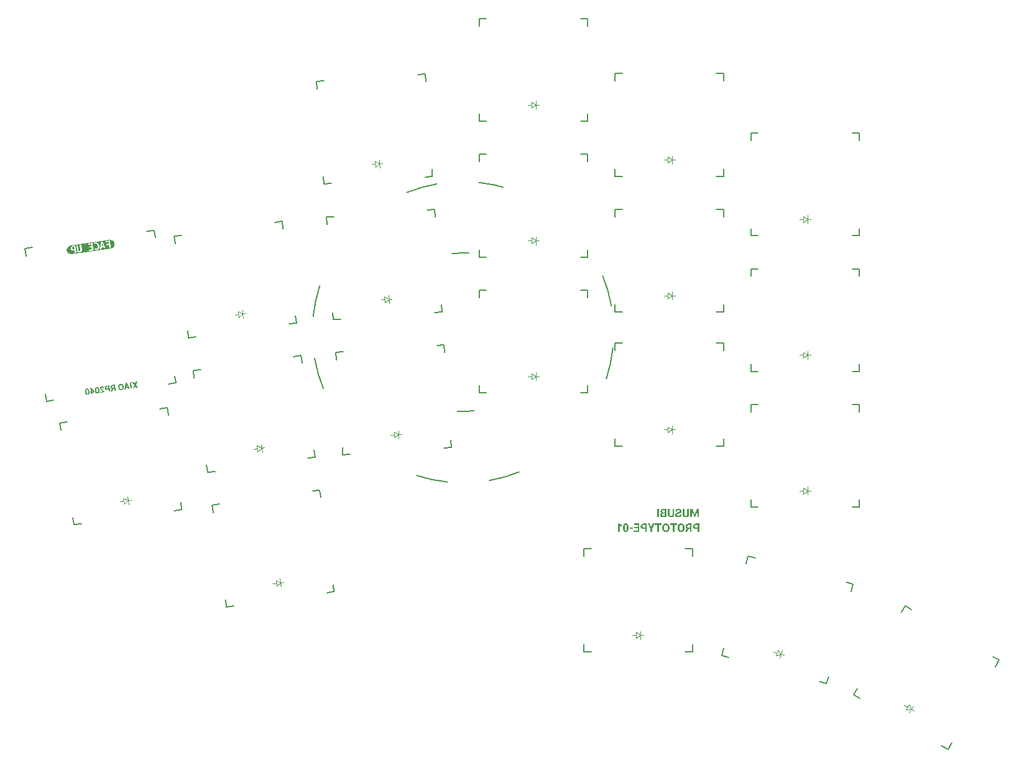
<source format=gbo>
G04 #@! TF.GenerationSoftware,KiCad,Pcbnew,(6.0.7-1)-1*
G04 #@! TF.CreationDate,2022-12-29T15:50:44-05:00*
G04 #@! TF.ProjectId,musubi,6d757375-6269-42e6-9b69-6361645f7063,rev?*
G04 #@! TF.SameCoordinates,Original*
G04 #@! TF.FileFunction,Legend,Bot*
G04 #@! TF.FilePolarity,Positive*
%FSLAX46Y46*%
G04 Gerber Fmt 4.6, Leading zero omitted, Abs format (unit mm)*
G04 Created by KiCad (PCBNEW (6.0.7-1)-1) date 2022-12-29 15:50:44*
%MOMM*%
%LPD*%
G01*
G04 APERTURE LIST*
G04 Aperture macros list*
%AMHorizOval*
0 Thick line with rounded ends*
0 $1 width*
0 $2 $3 position (X,Y) of the first rounded end (center of the circle)*
0 $4 $5 position (X,Y) of the second rounded end (center of the circle)*
0 Add line between two ends*
20,1,$1,$2,$3,$4,$5,0*
0 Add two circle primitives to create the rounded ends*
1,1,$1,$2,$3*
1,1,$1,$4,$5*%
%AMRotRect*
0 Rectangle, with rotation*
0 The origin of the aperture is its center*
0 $1 length*
0 $2 width*
0 $3 Rotation angle, in degrees counterclockwise*
0 Add horizontal line*
21,1,$1,$2,0,0,$3*%
G04 Aperture macros list end*
%ADD10C,0.100000*%
%ADD11C,0.150000*%
%ADD12C,0.200000*%
%ADD13R,1.200000X1.200000*%
%ADD14O,0.300000X4.100000*%
%ADD15C,1.300000*%
%ADD16O,5.100000X0.300000*%
%ADD17O,2.000000X4.100000*%
%ADD18O,5.100000X4.100000*%
%ADD19C,1.600000*%
%ADD20C,1.400000*%
%ADD21RotRect,1.200000X1.200000X184.000000*%
%ADD22C,1.500000*%
%ADD23O,2.200000X1.600000*%
%ADD24HorizOval,0.300000X2.376643X0.334015X-2.376643X-0.334015X0*%
%ADD25HorizOval,0.300000X-0.264429X1.881509X0.264429X-1.881509X0*%
%ADD26HorizOval,4.100000X0.495134X0.069587X-0.495134X-0.069587X0*%
%ADD27HorizOval,2.000000X-0.146132X1.039781X0.146132X-1.039781X0*%
%ADD28RotRect,1.200000X1.200000X188.000000*%
%ADD29C,2.600000*%
%ADD30C,4.400000*%
%ADD31HorizOval,0.300000X2.394154X0.167416X-2.394154X-0.167416X0*%
%ADD32HorizOval,0.300000X-0.132537X1.895372X0.132537X-1.895372X0*%
%ADD33HorizOval,2.000000X-0.073244X1.047442X0.073244X-1.047442X0*%
%ADD34HorizOval,4.100000X0.498782X0.034878X-0.498782X-0.034878X0*%
%ADD35HorizOval,2.000000X-0.525000X-0.909327X0.525000X0.909327X0*%
%ADD36HorizOval,0.300000X2.078461X-1.200000X-2.078461X1.200000X0*%
%ADD37HorizOval,4.100000X0.433013X-0.250000X-0.433013X0.250000X0*%
%ADD38HorizOval,0.300000X-0.950000X-1.645448X0.950000X1.645448X0*%
%ADD39HorizOval,1.800000X0.470377X0.066107X-0.470377X-0.066107X0*%
%ADD40HorizOval,1.800000X-0.470377X-0.066107X0.470377X0.066107X0*%
%ADD41C,1.397000*%
%ADD42RotRect,1.200000X1.200000X165.000000*%
%ADD43RotRect,1.200000X1.200000X150.000000*%
%ADD44HorizOval,0.300000X2.318222X-0.621166X-2.318222X0.621166X0*%
%ADD45HorizOval,4.100000X0.482963X-0.129410X-0.482963X0.129410X0*%
%ADD46HorizOval,0.300000X-0.491756X-1.835259X0.491756X1.835259X0*%
%ADD47HorizOval,2.000000X-0.271760X-1.014222X0.271760X1.014222X0*%
G04 APERTURE END LIST*
D10*
X155218354Y-97992001D02*
X155218354Y-98542001D01*
X155618354Y-97992001D02*
X155218354Y-97992001D01*
X154618354Y-97992001D02*
X154118354Y-97992001D01*
X155218354Y-97992001D02*
X155218354Y-97442001D01*
X154618354Y-97592001D02*
X155218354Y-97992001D01*
X155218354Y-97992001D02*
X154618354Y-98392001D01*
X154618354Y-98392001D02*
X154618354Y-97592001D01*
D11*
X162268354Y-50492159D02*
X162268354Y-49492159D01*
X161268354Y-63492159D02*
X162268354Y-63492159D01*
X162268354Y-49492159D02*
X161268354Y-49492159D01*
X147468354Y-49492159D02*
X147468354Y-50492159D01*
X147468362Y-49491995D02*
X148468362Y-49491995D01*
X148468362Y-63491995D02*
X147468362Y-63491995D01*
X162268362Y-62491995D02*
X162268362Y-63491995D01*
X147468362Y-63491995D02*
X147468362Y-62491995D01*
D10*
X117371586Y-98695862D02*
X116872804Y-98730740D01*
X117399489Y-99094888D02*
X117343683Y-98296836D01*
X117343683Y-98296836D02*
X117970124Y-98654008D01*
X117970124Y-98654008D02*
X118008490Y-99202668D01*
X118369150Y-98626106D02*
X117970124Y-98654008D01*
X117970124Y-98654008D02*
X117399489Y-99094888D01*
X117970124Y-98654008D02*
X117931758Y-98105348D01*
X136095055Y-54141968D02*
X136095055Y-53341968D01*
X136095055Y-53341968D02*
X136695055Y-53741968D01*
X136095055Y-53741968D02*
X135595055Y-53741968D01*
X136695055Y-53741968D02*
X136695055Y-53191968D01*
X136695055Y-53741968D02*
X136695055Y-54291968D01*
X136695055Y-53741968D02*
X136095055Y-54141968D01*
X137095055Y-53741968D02*
X136695055Y-53741968D01*
X173094979Y-69741961D02*
X173094979Y-68941961D01*
X173694979Y-69341961D02*
X173694979Y-68791961D01*
X173094979Y-68941961D02*
X173694979Y-69341961D01*
X173694979Y-69341961D02*
X173094979Y-69741961D01*
X174094979Y-69341961D02*
X173694979Y-69341961D01*
X173694979Y-69341961D02*
X173694979Y-69891961D01*
X173094979Y-69341961D02*
X172594979Y-69341961D01*
D11*
X143191723Y-128255780D02*
X143191723Y-127255780D01*
X144191723Y-128255780D02*
X143191723Y-128255780D01*
X156991715Y-128255944D02*
X157991715Y-128255944D01*
X143191723Y-114255780D02*
X144191723Y-114255780D01*
X157991723Y-127255780D02*
X157991723Y-128255780D01*
X143191715Y-114255944D02*
X143191715Y-115255944D01*
X157991715Y-114255944D02*
X156991715Y-114255944D01*
X157991715Y-115255944D02*
X157991715Y-114255944D01*
X94544039Y-122150023D02*
X94404866Y-121159755D01*
X107251598Y-106226672D02*
X106261330Y-106365845D01*
X107390771Y-107216940D02*
X107251598Y-106226672D01*
X108209753Y-120229598D02*
X109200021Y-120090425D01*
X92595630Y-108286434D02*
X92734804Y-109276702D01*
X92595616Y-108286270D02*
X93585884Y-108147097D01*
X95534307Y-122010850D02*
X94544039Y-122150023D01*
X109060833Y-119099993D02*
X109200006Y-120090261D01*
D10*
X101905467Y-118843324D02*
X101366975Y-119322936D01*
X101255637Y-118530721D02*
X101905467Y-118843324D01*
X101905467Y-118843324D02*
X101828922Y-118298677D01*
X102301574Y-118787655D02*
X101905467Y-118843324D01*
X101366975Y-119322936D02*
X101255637Y-118530721D01*
X101311306Y-118926828D02*
X100816172Y-118996415D01*
X101905467Y-118843324D02*
X101982012Y-119387972D01*
X173694977Y-87841952D02*
X173694977Y-88391952D01*
X173694977Y-87841952D02*
X173694977Y-87291952D01*
X173694977Y-87841952D02*
X173094977Y-88241952D01*
X173094977Y-87841952D02*
X172594977Y-87841952D01*
X173094977Y-88241952D02*
X173094977Y-87441952D01*
X173094977Y-87441952D02*
X173694977Y-87841952D01*
X174094977Y-87841952D02*
X173694977Y-87841952D01*
D11*
X124162356Y-100476650D02*
X125159920Y-100406893D01*
X125090160Y-99409165D02*
X125159916Y-100406729D01*
X109419381Y-87473392D02*
X109489138Y-88470956D01*
X111393532Y-101369368D02*
X110395968Y-101439125D01*
X124253086Y-87438560D02*
X124183329Y-86440996D01*
X124183329Y-86440996D02*
X123185765Y-86510753D01*
X109419378Y-87473228D02*
X110416942Y-87403472D01*
X110395968Y-101439125D02*
X110326212Y-100441561D01*
X199788305Y-129420856D02*
X198922280Y-128920856D01*
X180837243Y-134645074D02*
X179971218Y-134145074D01*
X179971218Y-134145074D02*
X180471218Y-133279048D01*
X199288305Y-130286882D02*
X199788305Y-129420856D01*
X193288394Y-140679048D02*
X192788394Y-141545074D01*
X186971129Y-122020856D02*
X186471129Y-122886882D01*
X191922280Y-141045212D02*
X192788305Y-141545212D01*
X186971218Y-122020718D02*
X187837243Y-122520718D01*
X74773206Y-110808614D02*
X73782938Y-110947787D01*
X73782938Y-110947787D02*
X73643765Y-109957519D01*
X88299732Y-107897757D02*
X88438905Y-108888025D01*
X71834515Y-97084034D02*
X72824783Y-96944861D01*
X71834529Y-97084198D02*
X71973703Y-98074466D01*
X86629670Y-96014704D02*
X86490497Y-95024436D01*
X86490497Y-95024436D02*
X85500229Y-95163609D01*
X87448652Y-109027362D02*
X88438920Y-108888189D01*
D12*
X126379164Y-73945102D02*
G75*
G03*
X125253530Y-74043582I376731J-10788345D01*
G01*
X146274866Y-91064229D02*
G75*
G03*
X147163251Y-86880128I-19518962J6330703D01*
G01*
X130320821Y-104941422D02*
G75*
G03*
X134432756Y-103763335I-3564924J20207915D01*
G01*
X120425205Y-104252489D02*
G75*
G03*
X124609302Y-105140873I6330717J19519024D01*
G01*
X106548008Y-88298443D02*
G75*
G03*
X107726095Y-92410379I20207896J3564917D01*
G01*
X107236940Y-78402828D02*
G75*
G03*
X106348557Y-82586924I19519125J-6330732D01*
G01*
X146963800Y-81168609D02*
G75*
G03*
X145785712Y-77056671I-20207896J-3564917D01*
G01*
X123190987Y-64525630D02*
G75*
G03*
X119079051Y-65703717I3564917J-20207896D01*
G01*
X127508925Y-73964823D02*
G75*
G03*
X126379164Y-73945102I-753024J-10768603D01*
G01*
X127132644Y-95521951D02*
G75*
G03*
X128258278Y-95423470I-376737J10788325D01*
G01*
X133086608Y-65214564D02*
G75*
G03*
X128902506Y-64326179I-6330704J-19518962D01*
G01*
X126002883Y-95502230D02*
G75*
G03*
X127132644Y-95521950I753018J10768625D01*
G01*
D11*
X180744975Y-95579779D02*
X180744975Y-94579779D01*
X179744975Y-108579779D02*
X180744975Y-108579779D01*
X166944983Y-108579615D02*
X165944983Y-108579615D01*
X165944983Y-94579615D02*
X166944983Y-94579615D01*
X180744975Y-94579779D02*
X179744975Y-94579779D01*
X165944983Y-108579615D02*
X165944983Y-107579615D01*
X165944975Y-94579779D02*
X165944975Y-95579779D01*
X180744983Y-107579615D02*
X180744983Y-108579615D01*
D10*
X136100019Y-91141977D02*
X136100019Y-90341977D01*
X136700019Y-90741977D02*
X136700019Y-91291977D01*
X136100019Y-90341977D02*
X136700019Y-90741977D01*
X137100019Y-90741977D02*
X136700019Y-90741977D01*
X136700019Y-90741977D02*
X136100019Y-91141977D01*
X136700019Y-90741977D02*
X136700019Y-90191977D01*
X136100019Y-90741977D02*
X135600019Y-90741977D01*
X114791818Y-61803273D02*
X114293036Y-61838151D01*
X114819721Y-62202299D02*
X114763915Y-61404247D01*
X115390356Y-61761419D02*
X114819721Y-62202299D01*
X114763915Y-61404247D02*
X115390356Y-61761419D01*
X115390356Y-61761419D02*
X115351990Y-61212759D01*
X115390356Y-61761419D02*
X115428722Y-62310079D01*
X115789382Y-61733517D02*
X115390356Y-61761419D01*
D11*
X142745054Y-55992146D02*
X143745054Y-55992146D01*
X128945062Y-55991982D02*
X128945062Y-54991982D01*
X143745054Y-42992146D02*
X143745054Y-41992146D01*
X128945054Y-41992146D02*
X128945054Y-42992146D01*
X143745054Y-41992146D02*
X142745054Y-41992146D01*
X143745062Y-54991982D02*
X143745062Y-55991982D01*
X129945062Y-55991982D02*
X128945062Y-55991982D01*
X128945062Y-41991982D02*
X129945062Y-41991982D01*
X90020237Y-89961520D02*
X90159411Y-90951788D01*
X90020223Y-89961356D02*
X91010491Y-89822183D01*
X106485440Y-100775079D02*
X106624613Y-101765347D01*
X104676205Y-87901758D02*
X103685937Y-88040931D01*
X105634360Y-101904684D02*
X106624628Y-101765511D01*
X104815378Y-88892026D02*
X104676205Y-87901758D01*
X92958914Y-103685936D02*
X91968646Y-103825109D01*
X91968646Y-103825109D02*
X91829473Y-102834841D01*
X143745030Y-60492132D02*
X142745030Y-60492132D01*
X143745030Y-61492132D02*
X143745030Y-60492132D01*
X128945038Y-60491968D02*
X129945038Y-60491968D01*
X128945030Y-60492132D02*
X128945030Y-61492132D01*
X142745030Y-74492132D02*
X143745030Y-74492132D01*
X128945038Y-74491968D02*
X128945038Y-73491968D01*
X129945038Y-74491968D02*
X128945038Y-74491968D01*
X143745038Y-73491968D02*
X143745038Y-74491968D01*
X67099295Y-73332031D02*
X67238468Y-74322299D01*
X84706261Y-70857534D02*
X83715993Y-70996707D01*
X87628897Y-91653163D02*
X86638628Y-91792336D01*
X70021930Y-94127661D02*
X71012198Y-93988488D01*
X70021930Y-94127661D02*
X69882757Y-93137393D01*
X84706261Y-70857534D02*
X84845434Y-71847802D01*
X67099295Y-73332031D02*
X68089563Y-73192858D01*
X87628897Y-91653163D02*
X87489723Y-90662895D01*
G36*
X73840403Y-73377202D02*
G01*
X73761800Y-73388249D01*
X73679149Y-73390446D01*
X73616695Y-73370969D01*
X73574281Y-73325831D01*
X73551748Y-73251047D01*
X73553152Y-73176907D01*
X73581222Y-73124268D01*
X73631533Y-73090144D01*
X73699657Y-73071554D01*
X73747715Y-73065600D01*
X73796215Y-73062792D01*
X73840403Y-73377202D01*
G37*
G36*
X76450940Y-73640632D02*
G01*
X74588059Y-73902443D01*
X73913650Y-73997225D01*
X73449895Y-74062402D01*
X73449764Y-74062420D01*
X73336376Y-74067123D01*
X73224248Y-74049615D01*
X73117692Y-74010568D01*
X73020800Y-73951483D01*
X72937296Y-73874630D01*
X72870391Y-73782964D01*
X72822654Y-73680006D01*
X72795921Y-73569714D01*
X72791218Y-73456326D01*
X72808726Y-73344198D01*
X72847774Y-73237642D01*
X72863632Y-73211637D01*
X73341906Y-73211637D01*
X73345244Y-73317774D01*
X73371525Y-73421756D01*
X73417668Y-73501037D01*
X73483674Y-73555616D01*
X73567916Y-73587863D01*
X73668766Y-73600140D01*
X73786226Y-73592450D01*
X73855396Y-73582729D01*
X73901572Y-73911287D01*
X74094934Y-73884111D01*
X73959941Y-72923589D01*
X73894726Y-72921532D01*
X73822204Y-72924510D01*
X73750910Y-72930523D01*
X73689379Y-72937567D01*
X73576160Y-72962118D01*
X73483836Y-73001010D01*
X73412409Y-73054243D01*
X73364294Y-73123793D01*
X73341906Y-73211637D01*
X72863632Y-73211637D01*
X72906859Y-73140750D01*
X72983711Y-73057247D01*
X73075377Y-72990341D01*
X73178335Y-72942605D01*
X73288627Y-72915872D01*
X73288758Y-72915853D01*
X73469403Y-72890465D01*
X74104375Y-72890465D01*
X74191645Y-73511425D01*
X74206954Y-73591833D01*
X74229018Y-73663276D01*
X74259636Y-73724300D01*
X74300609Y-73773448D01*
X74352247Y-73810075D01*
X74414859Y-73833538D01*
X74489907Y-73842829D01*
X74578854Y-73836942D01*
X74664602Y-73818277D01*
X74733199Y-73788798D01*
X74824102Y-73699876D01*
X74848762Y-73641504D01*
X74860982Y-73574460D01*
X74862498Y-73499702D01*
X74855050Y-73418189D01*
X74767780Y-72797230D01*
X74572846Y-72824626D01*
X74658349Y-73433009D01*
X74666532Y-73536862D01*
X74654698Y-73606657D01*
X74618121Y-73648669D01*
X74552069Y-73669174D01*
X74482925Y-73667670D01*
X74435287Y-73636692D01*
X74403778Y-73572187D01*
X74383019Y-73470102D01*
X74297737Y-72863290D01*
X74104375Y-72890465D01*
X73469403Y-72890465D01*
X75077605Y-72664447D01*
X75712582Y-72664447D01*
X75735118Y-72824796D01*
X76131275Y-72769120D01*
X76161985Y-72987634D01*
X75817706Y-73036019D01*
X75840242Y-73196368D01*
X76184520Y-73147983D01*
X76222963Y-73421520D01*
X75792222Y-73482057D01*
X75814757Y-73642406D01*
X76438862Y-73554694D01*
X76306001Y-72609339D01*
X76458295Y-72609339D01*
X76530252Y-72756330D01*
X76611867Y-72703981D01*
X76726665Y-72671014D01*
X76817806Y-72675038D01*
X76902569Y-72719234D01*
X76972063Y-72814471D01*
X76998142Y-72884548D01*
X77015821Y-72971837D01*
X77023843Y-73075179D01*
X77016683Y-73163019D01*
X76994343Y-73235359D01*
X76928051Y-73312608D01*
X76818966Y-73350582D01*
X76691558Y-73350855D01*
X76607309Y-73327426D01*
X76580006Y-73486764D01*
X76697353Y-73517563D01*
X76774852Y-73522904D01*
X76861471Y-73516141D01*
X76985872Y-73483695D01*
X77078832Y-73428318D01*
X77338075Y-73428318D01*
X77545585Y-73399154D01*
X77559580Y-73167944D01*
X77818969Y-73131489D01*
X77894581Y-73350106D01*
X78095803Y-73321826D01*
X78052186Y-73212693D01*
X78009019Y-73107665D01*
X77966300Y-73006742D01*
X77924030Y-72909924D01*
X77882208Y-72817211D01*
X77830720Y-72705366D01*
X77780249Y-72596486D01*
X77730797Y-72490567D01*
X77682362Y-72387612D01*
X77471707Y-72417218D01*
X77452422Y-72530592D01*
X77433692Y-72647194D01*
X77415515Y-72767025D01*
X77397892Y-72890086D01*
X77384399Y-72991407D01*
X77371670Y-73095890D01*
X77359707Y-73203537D01*
X77348507Y-73314346D01*
X77338075Y-73428318D01*
X77078832Y-73428318D01*
X77084489Y-73424948D01*
X77157322Y-73339901D01*
X77194519Y-73260229D01*
X77216195Y-73168511D01*
X77222353Y-73064747D01*
X77212990Y-72948936D01*
X77188663Y-72835729D01*
X77149708Y-72738205D01*
X77097976Y-72656704D01*
X77035318Y-72591566D01*
X76962800Y-72543245D01*
X76881487Y-72512191D01*
X76793230Y-72498744D01*
X76699881Y-72503247D01*
X76607559Y-72525039D01*
X76537220Y-72554964D01*
X76487871Y-72585945D01*
X76458295Y-72609339D01*
X76306001Y-72609339D01*
X76302102Y-72581595D01*
X75712582Y-72664447D01*
X75077605Y-72664447D01*
X77429400Y-72333924D01*
X78064370Y-72333924D01*
X78086905Y-72494274D01*
X78489350Y-72437714D01*
X78522491Y-72673521D01*
X78170352Y-72723011D01*
X78192887Y-72883360D01*
X78545027Y-72833870D01*
X78603575Y-73250463D01*
X78796938Y-73223288D01*
X78660178Y-72250189D01*
X78064370Y-72333924D01*
X77429400Y-72333924D01*
X78647879Y-72162678D01*
X78648009Y-72162660D01*
X78761397Y-72157956D01*
X78873525Y-72175465D01*
X78980081Y-72214512D01*
X79076974Y-72273597D01*
X79160477Y-72350450D01*
X79227382Y-72442115D01*
X79275119Y-72545074D01*
X79301852Y-72655365D01*
X79306555Y-72768753D01*
X79289047Y-72880881D01*
X79250000Y-72987438D01*
X79190915Y-73084330D01*
X79114062Y-73167833D01*
X79022396Y-73234738D01*
X78919438Y-73282475D01*
X78809146Y-73309208D01*
X78809015Y-73309226D01*
X77557663Y-73485092D01*
X76870677Y-73581642D01*
X76450940Y-73640632D01*
G37*
G36*
X77660684Y-72653535D02*
G01*
X77699535Y-72747467D01*
X77735132Y-72841056D01*
X77768923Y-72938905D01*
X77578705Y-72965639D01*
X77583430Y-72862376D01*
X77591064Y-72762712D01*
X77602519Y-72661710D01*
X77616910Y-72553082D01*
X77660684Y-72653535D01*
G37*
D10*
X173694972Y-106341952D02*
X173694972Y-105791952D01*
X173094972Y-106741952D02*
X173094972Y-105941952D01*
X173694972Y-106341952D02*
X173694972Y-106891952D01*
X174094972Y-106341952D02*
X173694972Y-106341952D01*
X173094972Y-106341952D02*
X172594972Y-106341952D01*
X173694972Y-106341952D02*
X173094972Y-106741952D01*
X173094972Y-105941952D02*
X173694972Y-106341952D01*
X155618351Y-79741990D02*
X155218351Y-79741990D01*
X154618351Y-80141990D02*
X154618351Y-79341990D01*
X154618351Y-79741990D02*
X154118351Y-79741990D01*
X155218351Y-79741990D02*
X155218351Y-80291990D01*
X155218351Y-79741990D02*
X154618351Y-80141990D01*
X155218351Y-79741990D02*
X155218351Y-79191990D01*
X154618351Y-79341990D02*
X155218351Y-79741990D01*
X169372240Y-128813627D02*
X169579295Y-128040886D01*
X170055323Y-128582548D02*
X170197674Y-128051288D01*
X169579295Y-128040886D02*
X170055323Y-128582548D01*
X170055323Y-128582548D02*
X169912973Y-129113807D01*
X169475768Y-128427256D02*
X168992805Y-128297847D01*
X170055323Y-128582548D02*
X169372240Y-128813627D01*
X170441693Y-128686075D02*
X170055323Y-128582548D01*
D11*
X180744988Y-89091952D02*
X180744988Y-90091952D01*
X180744980Y-76092116D02*
X179744980Y-76092116D01*
X165944980Y-76092116D02*
X165944980Y-77092116D01*
X166944988Y-90091952D02*
X165944988Y-90091952D01*
X165944988Y-76091952D02*
X166944988Y-76091952D01*
X179744980Y-90092116D02*
X180744980Y-90092116D01*
X165944988Y-90091952D02*
X165944988Y-89091952D01*
X180744980Y-77092116D02*
X180744980Y-76092116D01*
D10*
X96166066Y-82316461D02*
X95670932Y-82386048D01*
X96760227Y-82232957D02*
X96836772Y-82777605D01*
X96221735Y-82712569D02*
X96110397Y-81920354D01*
X96110397Y-81920354D02*
X96760227Y-82232957D01*
X96760227Y-82232957D02*
X96683682Y-81688310D01*
X96760227Y-82232957D02*
X96221735Y-82712569D01*
X97156334Y-82177288D02*
X96760227Y-82232957D01*
D11*
X180744978Y-58592115D02*
X180744978Y-57592115D01*
X166944986Y-71591951D02*
X165944986Y-71591951D01*
X165944986Y-57591951D02*
X166944986Y-57591951D01*
X179744978Y-71592115D02*
X180744978Y-71592115D01*
X180744978Y-57592115D02*
X179744978Y-57592115D01*
X165944986Y-71591951D02*
X165944986Y-70591951D01*
X180744986Y-70591951D02*
X180744986Y-71591951D01*
X165944978Y-57592115D02*
X165944978Y-58592115D01*
X103062802Y-83607008D02*
X104053070Y-83467835D01*
X103913882Y-82477403D02*
X104053055Y-83467671D01*
X89397088Y-85527433D02*
X89257915Y-84537165D01*
X102243820Y-70594350D02*
X102104647Y-69604082D01*
X87448679Y-71663844D02*
X87587853Y-72654112D01*
X87448665Y-71663680D02*
X88438933Y-71524507D01*
X90387356Y-85388260D02*
X89397088Y-85527433D01*
X102104647Y-69604082D02*
X101114379Y-69743255D01*
D10*
X116055624Y-79876634D02*
X116682065Y-80233806D01*
X117081091Y-80205904D02*
X116682065Y-80233806D01*
X116111430Y-80674686D02*
X116055624Y-79876634D01*
X116682065Y-80233806D02*
X116111430Y-80674686D01*
X116682065Y-80233806D02*
X116643699Y-79685146D01*
X116682065Y-80233806D02*
X116720431Y-80782466D01*
X116083527Y-80275660D02*
X115584745Y-80310538D01*
D11*
X147468358Y-67991999D02*
X148468358Y-67991999D01*
X162268350Y-67992163D02*
X161268350Y-67992163D01*
X162268358Y-80991999D02*
X162268358Y-81991999D01*
X161268350Y-81992163D02*
X162268350Y-81992163D01*
X147468350Y-67992163D02*
X147468350Y-68992163D01*
X162268350Y-68992163D02*
X162268350Y-67992163D01*
X148468358Y-81991999D02*
X147468358Y-81991999D01*
X147468358Y-81991999D02*
X147468358Y-80991999D01*
D10*
X151341715Y-126005779D02*
X150941715Y-126005779D01*
X150341715Y-125605779D02*
X150941715Y-126005779D01*
X150341715Y-126005779D02*
X149841715Y-126005779D01*
X150941715Y-126005779D02*
X150941715Y-126555779D01*
X150941715Y-126005779D02*
X150941715Y-125455779D01*
X150941715Y-126005779D02*
X150341715Y-126405779D01*
X150341715Y-126405779D02*
X150341715Y-125605779D01*
X187074070Y-136152042D02*
X187474070Y-135459222D01*
X187793685Y-136105632D02*
X187518685Y-136581946D01*
X187793685Y-136105632D02*
X187074070Y-136152042D01*
X187474070Y-135459222D02*
X187793685Y-136105632D01*
X187793685Y-136105632D02*
X188068685Y-135629318D01*
X187274070Y-135805632D02*
X186841057Y-135555632D01*
X188140095Y-136305632D02*
X187793685Y-136105632D01*
X154618352Y-60841986D02*
X155218352Y-61241986D01*
X155218352Y-61241986D02*
X154618352Y-61641986D01*
X154618352Y-61241986D02*
X154118352Y-61241986D01*
X154618352Y-61641986D02*
X154618352Y-60841986D01*
X155618352Y-61241986D02*
X155218352Y-61241986D01*
X155218352Y-61241986D02*
X155218352Y-61791986D01*
X155218352Y-61241986D02*
X155218352Y-60691986D01*
D11*
X162268352Y-87242154D02*
X162268352Y-86242154D01*
X148468360Y-100241990D02*
X147468360Y-100241990D01*
X162268352Y-86242154D02*
X161268352Y-86242154D01*
X162268360Y-99241990D02*
X162268360Y-100241990D01*
X147468360Y-100241990D02*
X147468360Y-99241990D01*
X147468360Y-86241990D02*
X148468360Y-86241990D01*
X147468352Y-86242154D02*
X147468352Y-87242154D01*
X161268352Y-100242154D02*
X162268352Y-100242154D01*
D10*
X99330074Y-100518427D02*
X99253529Y-99973780D01*
X98680244Y-100205824D02*
X99330074Y-100518427D01*
X99726181Y-100462758D02*
X99330074Y-100518427D01*
X98735913Y-100601931D02*
X98240779Y-100671518D01*
X99330074Y-100518427D02*
X99406619Y-101063075D01*
X98791582Y-100998039D02*
X98680244Y-100205824D01*
X99330074Y-100518427D02*
X98791582Y-100998039D01*
D11*
X143745021Y-79992137D02*
X143745021Y-78992137D01*
X142745021Y-92992137D02*
X143745021Y-92992137D01*
X128945029Y-92991973D02*
X128945029Y-91991973D01*
X128945021Y-78992137D02*
X128945021Y-79992137D01*
X143745021Y-78992137D02*
X142745021Y-78992137D01*
X129945029Y-92991973D02*
X128945029Y-92991973D01*
X128945029Y-78991973D02*
X129945029Y-78991973D01*
X143745029Y-91991973D02*
X143745029Y-92991973D01*
X122895269Y-68020808D02*
X121897705Y-68090565D01*
X108131321Y-69053204D02*
X108201078Y-70050768D01*
X122965026Y-69018372D02*
X122895269Y-68020808D01*
X123802100Y-80988977D02*
X123871856Y-81986541D01*
X108131318Y-69053040D02*
X109128882Y-68983284D01*
X110105472Y-82949180D02*
X109107908Y-83018937D01*
X109107908Y-83018937D02*
X109038152Y-82021373D01*
X122874296Y-82056462D02*
X123871860Y-81986705D01*
D10*
X136695033Y-72241982D02*
X136695033Y-71691982D01*
X136095033Y-72241982D02*
X135595033Y-72241982D01*
X136095033Y-72641982D02*
X136095033Y-71841982D01*
X136695033Y-72241982D02*
X136695033Y-72791982D01*
X136095033Y-71841982D02*
X136695033Y-72241982D01*
X136695033Y-72241982D02*
X136095033Y-72641982D01*
X137095033Y-72241982D02*
X136695033Y-72241982D01*
D11*
X161969030Y-128779399D02*
X162227849Y-127813473D01*
X179888149Y-119087116D02*
X178922223Y-118828297D01*
X162934956Y-129038218D02*
X161969030Y-128779399D01*
X175298757Y-132351258D02*
X176264682Y-132610077D01*
X179629330Y-120053041D02*
X179888149Y-119087116D01*
X165592497Y-115256437D02*
X166558423Y-115515256D01*
X176523552Y-131643995D02*
X176264733Y-132609921D01*
X165592447Y-115256594D02*
X165333628Y-116222520D01*
D10*
X81144365Y-107641098D02*
X80605873Y-108120710D01*
X80494535Y-107328495D02*
X81144365Y-107641098D01*
X81144365Y-107641098D02*
X81220910Y-108185746D01*
X80605873Y-108120710D02*
X80494535Y-107328495D01*
X80550204Y-107724602D02*
X80055070Y-107794189D01*
X81144365Y-107641098D02*
X81067820Y-107096451D01*
X81540472Y-107585429D02*
X81144365Y-107641098D01*
D11*
X108813757Y-64476803D02*
X107816193Y-64546560D01*
X107816193Y-64546560D02*
X107746437Y-63548996D01*
X121582581Y-63584085D02*
X122580145Y-63514328D01*
X122510385Y-62516600D02*
X122580141Y-63514164D01*
X106839603Y-50580663D02*
X107837167Y-50510907D01*
X121603554Y-49548431D02*
X120605990Y-49618188D01*
X121673311Y-50545995D02*
X121603554Y-49548431D01*
X106839606Y-50580827D02*
X106909363Y-51578391D01*
G36*
X153806292Y-110982653D02*
G01*
X153467707Y-110982653D01*
X153467707Y-111916070D01*
X153236854Y-111916070D01*
X153236854Y-110982653D01*
X152893653Y-110982653D01*
X152893653Y-110795662D01*
X153806292Y-110795662D01*
X153806292Y-110982653D01*
G37*
G36*
X148713843Y-111876739D02*
G01*
X148639799Y-111808338D01*
X148586361Y-111714116D01*
X148554298Y-111595611D01*
X148546605Y-111492839D01*
X148765999Y-111492839D01*
X148776195Y-111607496D01*
X148803705Y-111688294D01*
X148851222Y-111736196D01*
X148921440Y-111752164D01*
X148992523Y-111735523D01*
X149041099Y-111685601D01*
X149069090Y-111601436D01*
X149078420Y-111482066D01*
X149078420Y-111209659D01*
X149067358Y-111098176D01*
X149038790Y-111020744D01*
X148991177Y-110975439D01*
X148922979Y-110960338D01*
X148852857Y-110976209D01*
X148804090Y-111023822D01*
X148775521Y-111106256D01*
X148765999Y-111226588D01*
X148765999Y-111492839D01*
X148546605Y-111492839D01*
X148543610Y-111452824D01*
X148543610Y-111246595D01*
X148555666Y-111107955D01*
X148588755Y-110992657D01*
X148642877Y-110900700D01*
X148717092Y-110833796D01*
X148810459Y-110793653D01*
X148922979Y-110780272D01*
X149035541Y-110793781D01*
X149129037Y-110834309D01*
X149203465Y-110901855D01*
X149257545Y-110995479D01*
X149289993Y-111114240D01*
X149300808Y-111258138D01*
X149300808Y-111464367D01*
X149288753Y-111603050D01*
X149255664Y-111718476D01*
X149201542Y-111810647D01*
X149127327Y-111877765D01*
X149033959Y-111918036D01*
X148921440Y-111931460D01*
X148807723Y-111917780D01*
X148713843Y-111876739D01*
G37*
G36*
X153896333Y-109921531D02*
G01*
X153797631Y-109893109D01*
X153718566Y-109846428D01*
X153660861Y-109781833D01*
X153626237Y-109699667D01*
X153614696Y-109599932D01*
X153615026Y-109597606D01*
X153847240Y-109597606D01*
X153893361Y-109705739D01*
X153948494Y-109735098D01*
X154021648Y-109744884D01*
X154220861Y-109744884D01*
X154220861Y-109440252D01*
X154007696Y-109440252D01*
X153918554Y-109458769D01*
X153865069Y-109511221D01*
X153847240Y-109597606D01*
X153615026Y-109597606D01*
X153627196Y-109511953D01*
X153664693Y-109438701D01*
X153723895Y-109383860D01*
X153801507Y-109351110D01*
X153733875Y-109313225D01*
X153682909Y-109258480D01*
X153650934Y-109190364D01*
X153643453Y-109135619D01*
X153872820Y-109135619D01*
X153892371Y-109212186D01*
X153951024Y-109258953D01*
X154048778Y-109275921D01*
X154220861Y-109275921D01*
X154220861Y-108991442D01*
X154058080Y-108991442D01*
X153974849Y-108999872D01*
X153917391Y-109025161D01*
X153883963Y-109069635D01*
X153872820Y-109135619D01*
X153643453Y-109135619D01*
X153640276Y-109112365D01*
X153652076Y-109019218D01*
X153687474Y-108942349D01*
X153746471Y-108881759D01*
X153828292Y-108838049D01*
X153932162Y-108811823D01*
X154058080Y-108803081D01*
X154453405Y-108803081D01*
X154453405Y-109931695D01*
X154014672Y-109931695D01*
X153896333Y-109921531D01*
G37*
G36*
X158910455Y-111916070D02*
G01*
X158679601Y-111916070D01*
X158679601Y-111521311D01*
X158477220Y-111521311D01*
X158353970Y-111510751D01*
X158249958Y-111479073D01*
X158165184Y-111426276D01*
X158102554Y-111355182D01*
X158064976Y-111268612D01*
X158052640Y-111168105D01*
X158285612Y-111168105D01*
X158297636Y-111238900D01*
X158333707Y-111291227D01*
X158392670Y-111323546D01*
X158473373Y-111334320D01*
X158679601Y-111334320D01*
X158679601Y-110982653D01*
X158467986Y-110982653D01*
X158391805Y-110996505D01*
X158334091Y-111034980D01*
X158297732Y-111093655D01*
X158285612Y-111168105D01*
X158052640Y-111168105D01*
X158052451Y-111166566D01*
X158065340Y-111063933D01*
X158104008Y-110973034D01*
X158166627Y-110897719D01*
X158251369Y-110841833D01*
X158354772Y-110807205D01*
X158473373Y-110795662D01*
X158910455Y-110795662D01*
X158910455Y-111916070D01*
G37*
G36*
X154206779Y-111901363D02*
G01*
X154130641Y-111863743D01*
X154063650Y-111812271D01*
X154007861Y-111748145D01*
X153963272Y-111671365D01*
X153930782Y-111583727D01*
X153911287Y-111487025D01*
X153905025Y-111385107D01*
X154138720Y-111385107D01*
X154146074Y-111492283D01*
X154167107Y-111580905D01*
X154201820Y-111650973D01*
X154277617Y-111719363D01*
X154380347Y-111742160D01*
X154485000Y-111718498D01*
X154561951Y-111647510D01*
X154597007Y-111575860D01*
X154618040Y-111487110D01*
X154625051Y-111381260D01*
X154625051Y-111326625D01*
X154617612Y-111219534D01*
X154596323Y-111131169D01*
X154561182Y-111061528D01*
X154484808Y-110993715D01*
X154381886Y-110971111D01*
X154278387Y-110994004D01*
X154201820Y-111062682D01*
X154166765Y-111133135D01*
X154145732Y-111222399D01*
X154138720Y-111330472D01*
X154138720Y-111385107D01*
X153905025Y-111385107D01*
X153904789Y-111381260D01*
X153904789Y-111331242D01*
X153911416Y-111225776D01*
X153931295Y-111128946D01*
X153964426Y-111040751D01*
X154009657Y-110963373D01*
X154065831Y-110898990D01*
X154132949Y-110847604D01*
X154209002Y-110810198D01*
X154291981Y-110787753D01*
X154381886Y-110780272D01*
X154471790Y-110787753D01*
X154554769Y-110810198D01*
X154630822Y-110847604D01*
X154697941Y-110898990D01*
X154754115Y-110963373D01*
X154799345Y-111040751D01*
X154832477Y-111129031D01*
X154852356Y-111226118D01*
X154858982Y-111332011D01*
X154858982Y-111387416D01*
X154851886Y-111491000D01*
X154831622Y-111586292D01*
X154798191Y-111673289D01*
X154752704Y-111749770D01*
X154696274Y-111813511D01*
X154628899Y-111864512D01*
X154552717Y-111901705D01*
X154469866Y-111924021D01*
X154380347Y-111931460D01*
X154290015Y-111923936D01*
X154206779Y-111901363D01*
G37*
G36*
X152375772Y-111300461D02*
G01*
X152607395Y-110795662D01*
X152860564Y-110795662D01*
X152492738Y-111509768D01*
X152492738Y-111916070D01*
X152258037Y-111916070D01*
X152258037Y-111509768D01*
X151890211Y-110795662D01*
X152142610Y-110795662D01*
X152375772Y-111300461D01*
G37*
G36*
X149900257Y-111525928D02*
G01*
X149467023Y-111525928D01*
X149467023Y-111346632D01*
X149900257Y-111346632D01*
X149900257Y-111525928D01*
G37*
G36*
X156184598Y-108797655D02*
G01*
X156287014Y-108827886D01*
X156372280Y-108876042D01*
X156435067Y-108939895D01*
X156473727Y-109016537D01*
X156486614Y-109103063D01*
X156465254Y-109212359D01*
X156401176Y-109305635D01*
X156294378Y-109382891D01*
X156211243Y-109421164D01*
X156102917Y-109460018D01*
X156000597Y-109498194D01*
X155935485Y-109534432D01*
X155888976Y-109635589D01*
X155935485Y-109729769D01*
X155991102Y-109755058D01*
X156064934Y-109763488D01*
X156162603Y-109751812D01*
X156232366Y-109716785D01*
X156274224Y-109658407D01*
X156288177Y-109576677D01*
X156521496Y-109576677D01*
X156507446Y-109679384D01*
X156465297Y-109768914D01*
X156396406Y-109843037D01*
X156302129Y-109899526D01*
X156189345Y-109935280D01*
X156064934Y-109947197D01*
X155948404Y-109937939D01*
X155848927Y-109910163D01*
X155766503Y-109863869D01*
X155704922Y-109801298D01*
X155667973Y-109724687D01*
X155655657Y-109634038D01*
X155678330Y-109513115D01*
X155746349Y-109413897D01*
X155818782Y-109358172D01*
X155915159Y-109308821D01*
X156035479Y-109265844D01*
X156130144Y-109232125D01*
X156198647Y-109196080D01*
X156254070Y-109103838D01*
X156206786Y-109008883D01*
X156150007Y-108981849D01*
X156074236Y-108972838D01*
X155995753Y-108983593D01*
X155937035Y-109015859D01*
X155900409Y-109067503D01*
X155888201Y-109136394D01*
X155655657Y-109136394D01*
X155668738Y-109040276D01*
X155707979Y-108955010D01*
X155770863Y-108884181D01*
X155854870Y-108831374D01*
X155956026Y-108798527D01*
X156070360Y-108787578D01*
X156184598Y-108797655D01*
G37*
G36*
X157893931Y-111916070D02*
G01*
X157663078Y-111916070D01*
X157663078Y-111505920D01*
X157479165Y-111505920D01*
X157269089Y-111916070D01*
X157021307Y-111916070D01*
X157021307Y-111905296D01*
X157263702Y-111447438D01*
X157175690Y-111394245D01*
X157113263Y-111325470D01*
X157076038Y-111239381D01*
X157065810Y-111152715D01*
X157294483Y-111152715D01*
X157306410Y-111222067D01*
X157342192Y-111274683D01*
X157399713Y-111307868D01*
X157476857Y-111318929D01*
X157663078Y-111318929D01*
X157663078Y-110982653D01*
X157477626Y-110982653D01*
X157396539Y-110994004D01*
X157339499Y-111028054D01*
X157305737Y-111081920D01*
X157294483Y-111152715D01*
X157065810Y-111152715D01*
X157063630Y-111134247D01*
X157075600Y-111034638D01*
X157111510Y-110951274D01*
X157171361Y-110884156D01*
X157253271Y-110834993D01*
X157355360Y-110805495D01*
X157477626Y-110795662D01*
X157893931Y-110795662D01*
X157893931Y-111916070D01*
G37*
G36*
X153425561Y-109931695D02*
G01*
X153193017Y-109931695D01*
X153193017Y-108803081D01*
X153425561Y-108803081D01*
X153425561Y-109931695D01*
G37*
G36*
X151787866Y-111916070D02*
G01*
X151557013Y-111916070D01*
X151557013Y-111521311D01*
X151354632Y-111521311D01*
X151231382Y-111510751D01*
X151127370Y-111479073D01*
X151042595Y-111426276D01*
X150979966Y-111355182D01*
X150942388Y-111268612D01*
X150930051Y-111168105D01*
X151163024Y-111168105D01*
X151175047Y-111238900D01*
X151211118Y-111291227D01*
X151270082Y-111323546D01*
X151350784Y-111334320D01*
X151557013Y-111334320D01*
X151557013Y-110982653D01*
X151345398Y-110982653D01*
X151269216Y-110996505D01*
X151211503Y-111034980D01*
X151175143Y-111093655D01*
X151163024Y-111168105D01*
X150930051Y-111168105D01*
X150929862Y-111166566D01*
X150942751Y-111063933D01*
X150981419Y-110973034D01*
X151044038Y-110897719D01*
X151128780Y-110841833D01*
X151232183Y-110807205D01*
X151350784Y-110795662D01*
X151787866Y-110795662D01*
X151787866Y-111916070D01*
G37*
G36*
X155869349Y-110982653D02*
G01*
X155530765Y-110982653D01*
X155530765Y-111916070D01*
X155299912Y-111916070D01*
X155299912Y-110982653D01*
X154956710Y-110982653D01*
X154956710Y-110795662D01*
X155869349Y-110795662D01*
X155869349Y-110982653D01*
G37*
G36*
X148341229Y-110960338D02*
G01*
X148341229Y-111141173D01*
X148075748Y-111058835D01*
X148075748Y-111916070D01*
X147853359Y-111916070D01*
X147853359Y-110794123D01*
X147877214Y-110794123D01*
X148341229Y-110960338D01*
G37*
G36*
X150771343Y-111916070D02*
G01*
X150020301Y-111916070D01*
X150020301Y-111730617D01*
X150540490Y-111730617D01*
X150540490Y-111430508D01*
X150097252Y-111430508D01*
X150097252Y-111249673D01*
X150540490Y-111249673D01*
X150540490Y-110982653D01*
X150021840Y-110982653D01*
X150021840Y-110795662D01*
X150771343Y-110795662D01*
X150771343Y-111916070D01*
G37*
G36*
X156898217Y-109554198D02*
G01*
X156911830Y-109644406D01*
X156949570Y-109708840D01*
X157011437Y-109747500D01*
X157097429Y-109760387D01*
X157181048Y-109747694D01*
X157244320Y-109709615D01*
X157284143Y-109643824D01*
X157297417Y-109547997D01*
X157297417Y-108803081D01*
X157529961Y-108803081D01*
X157529961Y-109554973D01*
X157515750Y-109668231D01*
X157476218Y-109764091D01*
X157411364Y-109842553D01*
X157324806Y-109900689D01*
X157220161Y-109935570D01*
X157097429Y-109947197D01*
X156973018Y-109935226D01*
X156867469Y-109899311D01*
X156780782Y-109839452D01*
X156716402Y-109759009D01*
X156677774Y-109661341D01*
X156664898Y-109546447D01*
X156664898Y-108803081D01*
X156898217Y-108803081D01*
X156898217Y-109554198D01*
G37*
G36*
X154877410Y-109554198D02*
G01*
X154891023Y-109644406D01*
X154928763Y-109708840D01*
X154990630Y-109747500D01*
X155076623Y-109760387D01*
X155160241Y-109747694D01*
X155223513Y-109709615D01*
X155263336Y-109643824D01*
X155276610Y-109547997D01*
X155276610Y-108803081D01*
X155509154Y-108803081D01*
X155509154Y-109554973D01*
X155494943Y-109668231D01*
X155455411Y-109764091D01*
X155390557Y-109842553D01*
X155303999Y-109900689D01*
X155199354Y-109935570D01*
X155076623Y-109947197D01*
X154952212Y-109935226D01*
X154846662Y-109899311D01*
X154759975Y-109839452D01*
X154695595Y-109759009D01*
X154656967Y-109661341D01*
X154644091Y-109546447D01*
X154644091Y-108803081D01*
X154877410Y-108803081D01*
X154877410Y-109554198D01*
G37*
G36*
X158315960Y-109621636D02*
G01*
X158605865Y-108803081D01*
X158909722Y-108803081D01*
X158909722Y-109931695D01*
X158677178Y-109931695D01*
X158677178Y-109623186D01*
X158700432Y-109091436D01*
X158396575Y-109931695D01*
X158236895Y-109931695D01*
X157932262Y-109090661D01*
X157955517Y-109623186D01*
X157955517Y-109931695D01*
X157722198Y-109931695D01*
X157722198Y-108803081D01*
X158027605Y-108803081D01*
X158315960Y-109621636D01*
G37*
G36*
X156269837Y-111901363D02*
G01*
X156193698Y-111863743D01*
X156126708Y-111812271D01*
X156070918Y-111748145D01*
X156026330Y-111671365D01*
X155993839Y-111583727D01*
X155974345Y-111487025D01*
X155968083Y-111385107D01*
X156201778Y-111385107D01*
X156209131Y-111492283D01*
X156230164Y-111580905D01*
X156264878Y-111650973D01*
X156340675Y-111719363D01*
X156443404Y-111742160D01*
X156548058Y-111718498D01*
X156625009Y-111647510D01*
X156660064Y-111575860D01*
X156681097Y-111487110D01*
X156688109Y-111381260D01*
X156688109Y-111326625D01*
X156680670Y-111219534D01*
X156659380Y-111131169D01*
X156624239Y-111061528D01*
X156547865Y-110993715D01*
X156444943Y-110971111D01*
X156341444Y-110994004D01*
X156264878Y-111062682D01*
X156229822Y-111133135D01*
X156208789Y-111222399D01*
X156201778Y-111330472D01*
X156201778Y-111385107D01*
X155968083Y-111385107D01*
X155967847Y-111381260D01*
X155967847Y-111331242D01*
X155974473Y-111225776D01*
X155994352Y-111128946D01*
X156027484Y-111040751D01*
X156072714Y-110963373D01*
X156128888Y-110898990D01*
X156196007Y-110847604D01*
X156272060Y-110810198D01*
X156355039Y-110787753D01*
X156444943Y-110780272D01*
X156534848Y-110787753D01*
X156617827Y-110810198D01*
X156693880Y-110847604D01*
X156760998Y-110898990D01*
X156817173Y-110963373D01*
X156862403Y-111040751D01*
X156895534Y-111129031D01*
X156915413Y-111226118D01*
X156922040Y-111332011D01*
X156922040Y-111387416D01*
X156914943Y-111491000D01*
X156894679Y-111586292D01*
X156861248Y-111673289D01*
X156815762Y-111749770D01*
X156759331Y-111813511D01*
X156691956Y-111864512D01*
X156615775Y-111901705D01*
X156532924Y-111924021D01*
X156443404Y-111931460D01*
X156353072Y-111923936D01*
X156269837Y-111901363D01*
G37*
G36*
X79103787Y-92442815D02*
G01*
X78989745Y-92771753D01*
X78804369Y-92797806D01*
X78803236Y-92789746D01*
X78936441Y-92421717D01*
X78865002Y-92391175D01*
X78811067Y-92346285D01*
X78774166Y-92285793D01*
X78753829Y-92208442D01*
X78753619Y-92197986D01*
X78928480Y-92197986D01*
X78944697Y-92248617D01*
X78976999Y-92284219D01*
X79023521Y-92302998D01*
X79082399Y-92303163D01*
X79221719Y-92283582D01*
X79186361Y-92032000D01*
X79047617Y-92051499D01*
X78988145Y-92068518D01*
X78949052Y-92099990D01*
X78929457Y-92143838D01*
X78928480Y-92197986D01*
X78753619Y-92197986D01*
X78752310Y-92132663D01*
X78770411Y-92066519D01*
X78808131Y-92010011D01*
X78864242Y-91964619D01*
X78937516Y-91931816D01*
X79027956Y-91911604D01*
X79339411Y-91867832D01*
X79457215Y-92706054D01*
X79284505Y-92730327D01*
X79241380Y-92423478D01*
X79103787Y-92442815D01*
G37*
G36*
X76919252Y-93064046D02*
G01*
X76844701Y-93043213D01*
X76782114Y-92999825D01*
X76732227Y-92934952D01*
X76695780Y-92849665D01*
X76672771Y-92743964D01*
X76651087Y-92589676D01*
X76645530Y-92484686D01*
X76648963Y-92460298D01*
X76809833Y-92460298D01*
X76815362Y-92551325D01*
X76843356Y-92750518D01*
X76863040Y-92835226D01*
X76892116Y-92892781D01*
X76932703Y-92923623D01*
X76986914Y-92928185D01*
X77038346Y-92908262D01*
X77069438Y-92865806D01*
X77081529Y-92799895D01*
X77075959Y-92709609D01*
X77047317Y-92505810D01*
X77027319Y-92423568D01*
X76997805Y-92368642D01*
X76957419Y-92339754D01*
X76904810Y-92335626D01*
X76854018Y-92354874D01*
X76822539Y-92395622D01*
X76809833Y-92460298D01*
X76648963Y-92460298D01*
X76658161Y-92394948D01*
X76688984Y-92320461D01*
X76737472Y-92262604D01*
X76803103Y-92222754D01*
X76885877Y-92200912D01*
X76971510Y-92199184D01*
X77045719Y-92219673D01*
X77108504Y-92262382D01*
X77158807Y-92326739D01*
X77195569Y-92412177D01*
X77218792Y-92518696D01*
X77240476Y-92672985D01*
X77246038Y-92778007D01*
X77233419Y-92867841D01*
X77202619Y-92942488D01*
X77154153Y-93000505D01*
X77088535Y-93040451D01*
X77005766Y-93062324D01*
X76919252Y-93064046D01*
G37*
G36*
X81690939Y-92392125D02*
G01*
X81518228Y-92416398D01*
X81400424Y-91578175D01*
X81573135Y-91553902D01*
X81690939Y-92392125D01*
G37*
G36*
X80165356Y-92612533D02*
G01*
X80100711Y-92604398D01*
X80039793Y-92584258D01*
X79984263Y-92552793D01*
X79935782Y-92510683D01*
X79894350Y-92457930D01*
X79860828Y-92395780D01*
X79836076Y-92325483D01*
X79820094Y-92247039D01*
X79814835Y-92209618D01*
X79808703Y-92130019D01*
X79810413Y-92102854D01*
X79983649Y-92102854D01*
X79989767Y-92184446D01*
X79995512Y-92225321D01*
X80012282Y-92304730D01*
X80037336Y-92368820D01*
X80070674Y-92417592D01*
X80134572Y-92460787D01*
X80213824Y-92467041D01*
X80289632Y-92438335D01*
X80339738Y-92377135D01*
X80358431Y-92319845D01*
X80364836Y-92251236D01*
X80358952Y-92171308D01*
X80353207Y-92130432D01*
X80336382Y-92051096D01*
X80311163Y-91987225D01*
X80277550Y-91938819D01*
X80213282Y-91896116D01*
X80133905Y-91890026D01*
X80058880Y-91918036D01*
X80008819Y-91977467D01*
X79990000Y-92033862D01*
X79983649Y-92102854D01*
X79810413Y-92102854D01*
X79813394Y-92055485D01*
X79828908Y-91986020D01*
X79854611Y-91923374D01*
X79889867Y-91869301D01*
X79934679Y-91823800D01*
X79987644Y-91787817D01*
X80047365Y-91762302D01*
X80113839Y-91747252D01*
X80181887Y-91743396D01*
X80246326Y-91751462D01*
X80307158Y-91771451D01*
X80362775Y-91802839D01*
X80411571Y-91845099D01*
X80453545Y-91898233D01*
X80487614Y-91960796D01*
X80512695Y-92031340D01*
X80528786Y-92109866D01*
X80534612Y-92151317D01*
X80540194Y-92229558D01*
X80535053Y-92302981D01*
X80519190Y-92371582D01*
X80493201Y-92433583D01*
X80457685Y-92487204D01*
X80412641Y-92532444D01*
X80359557Y-92568280D01*
X80299920Y-92593686D01*
X80233728Y-92608664D01*
X80165356Y-92612533D01*
G37*
G36*
X78339146Y-92562020D02*
G01*
X78245827Y-92567079D01*
X78164680Y-92554316D01*
X78095705Y-92523729D01*
X78041375Y-92477126D01*
X78004159Y-92416311D01*
X77984058Y-92341283D01*
X77983715Y-92317919D01*
X78158658Y-92317919D01*
X78175097Y-92369619D01*
X78207585Y-92404975D01*
X78255096Y-92422955D01*
X78316606Y-92422529D01*
X78470894Y-92400845D01*
X78433918Y-92137749D01*
X78275601Y-92159999D01*
X78220062Y-92178372D01*
X78180930Y-92213226D01*
X78159898Y-92260946D01*
X78158658Y-92317919D01*
X77983715Y-92317919D01*
X77982910Y-92263144D01*
X78002281Y-92191073D01*
X78041210Y-92128143D01*
X78098734Y-92077422D01*
X78172453Y-92040643D01*
X78259969Y-92019537D01*
X78586967Y-91973581D01*
X78704772Y-92811803D01*
X78532061Y-92836076D01*
X78490555Y-92540741D01*
X78339146Y-92562020D01*
G37*
G36*
X80860683Y-92332688D02*
G01*
X80826810Y-92513570D01*
X80643161Y-92539380D01*
X80721590Y-92186239D01*
X80887654Y-92186239D01*
X81097209Y-92156788D01*
X80948912Y-91857674D01*
X80887654Y-92186239D01*
X80721590Y-92186239D01*
X80839114Y-91657062D01*
X80999159Y-91634569D01*
X81428994Y-92428939D01*
X81245346Y-92454749D01*
X81163503Y-92290129D01*
X81116870Y-92296683D01*
X80860683Y-92332688D01*
G37*
G36*
X82203223Y-91889216D02*
G01*
X82513042Y-92276586D01*
X82312121Y-92304823D01*
X82109662Y-92033869D01*
X81989729Y-92350133D01*
X81788808Y-92378370D01*
X81979852Y-91920609D01*
X81677337Y-91539258D01*
X81875954Y-91511344D01*
X82073738Y-91778258D01*
X82190288Y-91467167D01*
X82388905Y-91439253D01*
X82203223Y-91889216D01*
G37*
G36*
X75566353Y-93254184D02*
G01*
X75491802Y-93233351D01*
X75429214Y-93189963D01*
X75379328Y-93125089D01*
X75342880Y-93039803D01*
X75319871Y-92934102D01*
X75298187Y-92779814D01*
X75292629Y-92674824D01*
X75296062Y-92650436D01*
X75456933Y-92650436D01*
X75462462Y-92741463D01*
X75490456Y-92940655D01*
X75510140Y-93025363D01*
X75539217Y-93082919D01*
X75579803Y-93113760D01*
X75634015Y-93118323D01*
X75685446Y-93098399D01*
X75716537Y-93055944D01*
X75728629Y-92990033D01*
X75723058Y-92899746D01*
X75694416Y-92695948D01*
X75674419Y-92613706D01*
X75644904Y-92558780D01*
X75604519Y-92529891D01*
X75551910Y-92525764D01*
X75501118Y-92545011D01*
X75469639Y-92585760D01*
X75456933Y-92650436D01*
X75296062Y-92650436D01*
X75305261Y-92585085D01*
X75336084Y-92510599D01*
X75384572Y-92452741D01*
X75450204Y-92412891D01*
X75532977Y-92391050D01*
X75618609Y-92389321D01*
X75692819Y-92409811D01*
X75755604Y-92452519D01*
X75805908Y-92516877D01*
X75842670Y-92602315D01*
X75865892Y-92708834D01*
X75887575Y-92863123D01*
X75893138Y-92968145D01*
X75880520Y-93057979D01*
X75849720Y-93132626D01*
X75801253Y-93190643D01*
X75735635Y-93230589D01*
X75652867Y-93252462D01*
X75566353Y-93254184D01*
G37*
G36*
X76257883Y-92970763D02*
G01*
X76283369Y-93152109D01*
X76116992Y-93175492D01*
X76091505Y-92994146D01*
X75996514Y-93007496D01*
X75977662Y-92873358D01*
X76072653Y-92860007D01*
X76027779Y-92540714D01*
X76197443Y-92540714D01*
X76239031Y-92836625D01*
X76424407Y-92810572D01*
X76211052Y-92558175D01*
X76197443Y-92540714D01*
X76027779Y-92540714D01*
X75999187Y-92337270D01*
X76167292Y-92313644D01*
X76594335Y-92816630D01*
X76601577Y-92922460D01*
X76443259Y-92944710D01*
X76257883Y-92970763D01*
G37*
G36*
X77724550Y-92119736D02*
G01*
X77789794Y-92154230D01*
X77841846Y-92204521D01*
X77878630Y-92267306D01*
X77898065Y-92339280D01*
X77731110Y-92362743D01*
X77714939Y-92306675D01*
X77684221Y-92265127D01*
X77641626Y-92241393D01*
X77589814Y-92238769D01*
X77513707Y-92282047D01*
X77497880Y-92322945D01*
X77497836Y-92373807D01*
X77536743Y-92456400D01*
X77577719Y-92500982D01*
X77634324Y-92551293D01*
X77946096Y-92802188D01*
X77962116Y-92916177D01*
X77387566Y-92996924D01*
X77368714Y-92862786D01*
X77729103Y-92812136D01*
X77510308Y-92637998D01*
X77432220Y-92566928D01*
X77378656Y-92503274D01*
X77345496Y-92442769D01*
X77328617Y-92381150D01*
X77326755Y-92310116D01*
X77342421Y-92248228D01*
X77375614Y-92195488D01*
X77424972Y-92153327D01*
X77489128Y-92123175D01*
X77568085Y-92105034D01*
X77649515Y-92102763D01*
X77724550Y-92119736D01*
G37*
%LPC*%
D13*
X156518354Y-97992001D03*
X153218354Y-97992001D03*
D14*
X157268354Y-57392159D03*
D15*
X160368346Y-62004331D03*
D16*
X154868354Y-59304495D03*
D15*
X149368362Y-61991995D03*
D17*
X156418354Y-57392159D03*
X156418354Y-57404495D03*
D18*
X154868354Y-57404495D03*
D17*
X153318354Y-57392159D03*
D18*
X154868354Y-57392159D03*
D15*
X149368346Y-51004331D03*
D16*
X154868354Y-55492159D03*
X154868354Y-55504495D03*
D14*
X152468354Y-57392159D03*
D17*
X153318354Y-57404495D03*
D16*
X154868354Y-59292159D03*
D14*
X157268354Y-57404495D03*
X152468354Y-57404495D03*
D15*
X160368362Y-50991995D03*
D19*
X151468346Y-53604331D03*
D20*
X151468346Y-58504331D03*
D21*
X119266958Y-98563325D03*
X115974996Y-98793521D03*
D13*
X137995055Y-53741968D03*
X134695055Y-53741968D03*
D22*
X174986206Y-51241997D03*
X181986206Y-51241997D03*
D23*
X172286206Y-48941997D03*
X172286206Y-53541997D03*
X173386206Y-48941997D03*
X173386206Y-53541997D03*
X177386206Y-53541997D03*
X177386206Y-48941997D03*
X180386206Y-53541997D03*
X180386206Y-48941997D03*
D13*
X174994979Y-69341961D03*
X171694979Y-69341961D03*
D16*
X150591715Y-120255944D03*
D17*
X152141715Y-122168280D03*
D15*
X145091723Y-126755780D03*
D18*
X150591715Y-122155944D03*
D14*
X148191715Y-122168280D03*
X152991715Y-122168280D03*
X148191715Y-122155944D03*
X152991715Y-122155944D03*
D15*
X156091723Y-115755780D03*
D16*
X150591715Y-124068280D03*
D17*
X149041715Y-122155944D03*
D18*
X150591715Y-122168280D03*
D17*
X152141715Y-122155944D03*
D15*
X145091707Y-115768116D03*
X156091707Y-126768116D03*
D16*
X150591715Y-124055944D03*
D17*
X149041715Y-122168280D03*
D16*
X150591715Y-120268280D03*
D19*
X147191707Y-118368116D03*
D20*
X147191707Y-123268116D03*
D24*
X101287511Y-116961180D03*
D25*
X98648155Y-115425902D03*
D15*
X107111438Y-118881506D03*
D26*
X101024798Y-115091887D03*
D27*
X102557997Y-114863952D03*
D15*
X96216789Y-120400192D03*
D27*
X99489883Y-115307605D03*
D25*
X103401442Y-114757871D03*
D24*
X101289227Y-116973396D03*
D27*
X102559714Y-114876168D03*
D24*
X100758653Y-113198161D03*
D15*
X105578833Y-107976339D03*
D26*
X101023082Y-115079671D03*
D24*
X100760370Y-113210377D03*
D25*
X103399725Y-114745655D03*
D15*
X94687585Y-109519462D03*
D25*
X98646438Y-115413686D03*
D27*
X99488166Y-115295389D03*
D19*
X97128998Y-111801895D03*
D20*
X97810947Y-116654209D03*
D28*
X103192815Y-118662399D03*
X99924931Y-119121671D03*
D13*
X174994977Y-87841952D03*
X171694977Y-87841952D03*
D29*
X90544301Y-112068688D03*
D30*
X90544301Y-112068688D03*
D31*
X117484969Y-96733322D03*
D32*
X119747446Y-94682841D03*
D15*
X112186705Y-99810241D03*
D31*
X117220754Y-92954885D03*
D33*
X118899516Y-94742134D03*
D31*
X117485829Y-96745628D03*
D15*
X111420229Y-88849344D03*
D33*
X118898656Y-94729828D03*
D32*
X119746585Y-94670535D03*
X114959138Y-95017672D03*
D15*
X123160754Y-99055227D03*
D34*
X117352431Y-94837950D03*
D33*
X115807068Y-94958379D03*
D15*
X122392589Y-88069716D03*
D32*
X114958278Y-95005366D03*
D34*
X117353292Y-94850256D03*
D31*
X117219894Y-92942579D03*
D33*
X115806207Y-94946073D03*
D19*
X113696480Y-91296522D03*
D20*
X114038287Y-96184586D03*
D35*
X188081210Y-131798140D03*
D36*
X188479717Y-134207905D03*
D37*
X189423549Y-132573140D03*
D36*
X190373549Y-130927692D03*
D35*
X188087378Y-131787457D03*
D38*
X187345088Y-131373140D03*
D36*
X188473549Y-134218588D03*
D15*
X197392946Y-129769756D03*
D37*
X189429717Y-132562457D03*
D38*
X191502010Y-133773140D03*
X187351256Y-131362457D03*
D35*
X190772056Y-133337457D03*
D15*
X187860484Y-124280432D03*
D35*
X190765888Y-133348140D03*
D15*
X182366666Y-133796036D03*
D38*
X191508178Y-133762457D03*
D36*
X190379717Y-130917009D03*
D15*
X191886764Y-139306711D03*
D19*
X188379138Y-127582098D03*
D20*
X185929138Y-131825622D03*
D27*
X81796896Y-103661716D03*
D24*
X79997552Y-101995925D03*
D15*
X84817732Y-96774103D03*
D25*
X82638624Y-103543419D03*
D15*
X73926484Y-98317226D03*
D25*
X77885337Y-104211450D03*
D15*
X86350337Y-107679270D03*
D24*
X80526410Y-105758944D03*
D25*
X82640341Y-103555635D03*
D26*
X80263697Y-103889651D03*
D24*
X80528126Y-105771160D03*
D27*
X81798613Y-103673932D03*
D26*
X80261981Y-103877435D03*
D27*
X78728782Y-104105369D03*
D25*
X77887054Y-104223666D03*
D27*
X78727065Y-104093153D03*
D15*
X75455688Y-109197956D03*
D24*
X79999269Y-102008141D03*
D19*
X76367897Y-100599659D03*
D20*
X77049846Y-105451973D03*
D29*
X166673711Y-51242001D03*
D30*
X166673711Y-51242001D03*
X105044296Y-66818696D03*
D29*
X105044296Y-66818696D03*
D30*
X145794299Y-84068691D03*
X107717509Y-85398361D03*
X126091069Y-65695131D03*
D17*
X171794975Y-102479779D03*
D16*
X173344975Y-104392115D03*
D14*
X170944975Y-102492115D03*
D15*
X178844983Y-96079615D03*
D14*
X175744975Y-102492115D03*
D16*
X173344975Y-100592115D03*
D14*
X175744975Y-102479779D03*
D18*
X173344975Y-102492115D03*
X173344975Y-102479779D03*
D16*
X173344975Y-104379779D03*
D15*
X167844967Y-96091951D03*
D17*
X174894975Y-102492115D03*
D15*
X178844967Y-107091951D03*
D14*
X170944975Y-102479779D03*
D15*
X167844983Y-107079615D03*
D16*
X173344975Y-100579779D03*
D17*
X174894975Y-102479779D03*
X171794975Y-102492115D03*
D19*
X169944967Y-98691951D03*
D20*
X169944967Y-103591951D03*
D13*
X138000019Y-90741977D03*
X134700019Y-90741977D03*
D21*
X116687190Y-61670736D03*
X113395228Y-61900932D03*
D16*
X136345054Y-48004482D03*
X136345054Y-47992146D03*
X136345054Y-51792146D03*
D15*
X130845046Y-43504318D03*
D17*
X134795054Y-49904482D03*
D16*
X136345054Y-51804482D03*
D17*
X137895054Y-49904482D03*
D18*
X136345054Y-49904482D03*
D14*
X133945054Y-49892146D03*
X133945054Y-49904482D03*
D15*
X130845062Y-54491982D03*
D14*
X138745054Y-49904482D03*
D18*
X136345054Y-49892146D03*
D17*
X137895054Y-49892146D03*
D15*
X141845046Y-54504318D03*
D14*
X138745054Y-49892146D03*
D17*
X134795054Y-49892146D03*
D15*
X141845062Y-43491982D03*
D19*
X132945046Y-46104318D03*
D20*
X132945046Y-51004318D03*
D24*
X98712118Y-98636266D03*
D26*
X98447689Y-96754757D03*
D24*
X98713834Y-98648482D03*
D27*
X99982604Y-96539038D03*
D25*
X96072762Y-97100988D03*
D26*
X98449405Y-96766973D03*
D25*
X100826049Y-96432957D03*
D24*
X98183260Y-94873247D03*
D27*
X96914490Y-96982691D03*
D24*
X98184977Y-94885463D03*
D15*
X92112192Y-91194548D03*
X104536045Y-100556592D03*
D25*
X96071045Y-97088772D03*
D15*
X93641396Y-102075278D03*
D27*
X96912773Y-96970475D03*
D25*
X100824332Y-96420741D03*
D27*
X99984321Y-96551254D03*
D15*
X103003440Y-89651425D03*
D19*
X94553605Y-93476981D03*
D20*
X95235554Y-98329295D03*
D16*
X136345030Y-66492132D03*
D18*
X136345030Y-68404468D03*
D17*
X137895030Y-68392132D03*
D16*
X136345030Y-70292132D03*
D17*
X134795030Y-68404468D03*
D14*
X138745030Y-68404468D03*
D17*
X134795030Y-68392132D03*
D16*
X136345030Y-70304468D03*
D18*
X136345030Y-68392132D03*
D15*
X141845038Y-61991968D03*
X141845022Y-73004304D03*
D14*
X138745030Y-68392132D03*
D17*
X137895030Y-68404468D03*
D15*
X130845022Y-62004304D03*
D14*
X133945030Y-68392132D03*
D16*
X136345030Y-66504468D03*
D15*
X130845038Y-72991968D03*
D14*
X133945030Y-68404468D03*
D19*
X132945022Y-64604304D03*
D20*
X132945022Y-69504304D03*
D39*
X84319816Y-73820147D03*
X84673316Y-76335429D03*
X85026816Y-78850710D03*
X85380317Y-81365991D03*
X85733815Y-83881272D03*
X86087315Y-86396553D03*
X86440815Y-88911834D03*
D40*
X70408375Y-91165046D03*
X70054875Y-88649765D03*
X69701376Y-86134484D03*
X69347876Y-83619203D03*
X68994376Y-81103922D03*
X68640877Y-78588641D03*
X68287377Y-76073361D03*
D41*
X72922493Y-82796708D03*
X81721720Y-81560058D03*
D13*
X174994972Y-106341952D03*
X171694972Y-106341952D03*
X156518351Y-79741990D03*
X153218351Y-79741990D03*
D42*
X171311027Y-128919012D03*
X168123471Y-128064910D03*
D16*
X173344980Y-85904452D03*
D15*
X178844988Y-77591952D03*
D18*
X173344980Y-83992116D03*
D14*
X175744980Y-83992116D03*
X170944980Y-83992116D03*
D16*
X173344980Y-82104452D03*
D17*
X171794980Y-83992116D03*
D14*
X170944980Y-84004452D03*
D17*
X174894980Y-84004452D03*
D15*
X167844988Y-88591952D03*
X178844972Y-88604288D03*
D14*
X175744980Y-84004452D03*
D15*
X167844972Y-77604288D03*
D16*
X173344980Y-82092116D03*
D17*
X171794980Y-84004452D03*
X174894980Y-83992116D03*
D18*
X173344980Y-84004452D03*
D16*
X173344980Y-85892116D03*
D19*
X169944972Y-80204288D03*
D20*
X169944972Y-85104288D03*
D28*
X98047575Y-82052032D03*
X94779691Y-82511304D03*
D15*
X167844986Y-70091951D03*
X178844970Y-70104287D03*
D17*
X174894978Y-65504451D03*
D18*
X173344978Y-65504451D03*
X173344978Y-65492115D03*
D17*
X174894978Y-65492115D03*
D14*
X175744978Y-65492115D03*
D17*
X171794978Y-65504451D03*
D15*
X167844970Y-59104287D03*
X178844986Y-59091951D03*
D16*
X173344978Y-67404451D03*
D14*
X175744978Y-65504451D03*
D16*
X173344978Y-63604451D03*
X173344978Y-63592115D03*
D14*
X170944978Y-65504451D03*
D17*
X171794978Y-65492115D03*
D14*
X170944978Y-65492115D03*
D16*
X173344978Y-67392115D03*
D19*
X169944970Y-61704287D03*
D20*
X169944970Y-66604287D03*
D15*
X91069838Y-83777602D03*
D27*
X97412763Y-78253578D03*
D25*
X93501204Y-78803312D03*
D24*
X96140560Y-80338590D03*
D15*
X101964487Y-82258916D03*
D24*
X95611702Y-76575571D03*
D25*
X98254491Y-78135281D03*
X93499487Y-78791096D03*
D27*
X97411046Y-78241362D03*
D26*
X95876131Y-78457081D03*
D24*
X96142276Y-80350806D03*
D15*
X100431882Y-71353749D03*
D24*
X95613419Y-76587787D03*
D15*
X89540634Y-72896872D03*
D27*
X94342932Y-78685015D03*
X94341215Y-78672799D03*
D26*
X95877847Y-78469297D03*
D25*
X98252774Y-78123065D03*
D19*
X91982047Y-75179305D03*
D20*
X92663996Y-80031619D03*
D21*
X117978899Y-80143123D03*
X114686937Y-80373319D03*
D16*
X154868350Y-74004499D03*
D17*
X156418350Y-75892163D03*
X153318350Y-75892163D03*
D16*
X154868350Y-73992163D03*
D15*
X149368342Y-69504335D03*
D16*
X154868350Y-77792163D03*
D15*
X160368342Y-80504335D03*
D14*
X152468350Y-75892163D03*
D17*
X156418350Y-75904499D03*
X153318350Y-75904499D03*
D15*
X149368358Y-80491999D03*
D14*
X157268350Y-75904499D03*
D15*
X160368358Y-69491999D03*
D14*
X157268350Y-75892163D03*
D18*
X154868350Y-75904499D03*
D14*
X152468350Y-75904499D03*
D18*
X154868350Y-75892163D03*
D16*
X154868350Y-77804499D03*
D19*
X151468342Y-72104335D03*
D20*
X151468342Y-77004335D03*
D13*
X152241715Y-126005779D03*
X148941715Y-126005779D03*
D43*
X188919518Y-136755632D03*
X186061634Y-135105632D03*
D13*
X156518352Y-61241986D03*
X153218352Y-61241986D03*
D14*
X152468352Y-94154490D03*
X152468352Y-94142154D03*
D16*
X154868352Y-92254490D03*
D17*
X153318352Y-94142154D03*
D18*
X154868352Y-94142154D03*
D15*
X160368344Y-98754326D03*
D17*
X153318352Y-94154490D03*
D18*
X154868352Y-94154490D03*
D15*
X160368360Y-87741990D03*
D17*
X156418352Y-94154490D03*
D14*
X157268352Y-94154490D03*
D16*
X154868352Y-96042154D03*
D15*
X149368344Y-87754326D03*
D16*
X154868352Y-92242154D03*
D17*
X156418352Y-94142154D03*
D16*
X154868352Y-96054490D03*
D15*
X149368360Y-98741990D03*
D14*
X157268352Y-94142154D03*
D19*
X151468344Y-90354326D03*
D20*
X151468344Y-95254326D03*
D28*
X100617422Y-100337502D03*
X97349538Y-100796774D03*
D17*
X137895021Y-86904473D03*
D14*
X133945021Y-86892137D03*
D17*
X134795021Y-86892137D03*
D15*
X130845029Y-91491973D03*
D16*
X136345021Y-84992137D03*
D15*
X130845013Y-80504309D03*
D16*
X136345021Y-88804473D03*
D17*
X134795021Y-86904473D03*
D14*
X138745021Y-86904473D03*
D16*
X136345021Y-88792137D03*
D17*
X137895021Y-86892137D03*
D15*
X141845013Y-91504309D03*
D14*
X133945021Y-86904473D03*
D16*
X136345021Y-85004473D03*
D14*
X138745021Y-86892137D03*
D15*
X141845029Y-80491973D03*
D18*
X136345021Y-86904473D03*
X136345021Y-86892137D03*
D19*
X132945013Y-83104309D03*
D20*
X132945013Y-88004309D03*
D32*
X118458525Y-76250347D03*
D15*
X110132169Y-70429156D03*
D33*
X117610596Y-76309640D03*
D15*
X121104529Y-69649528D03*
D34*
X116065232Y-76430068D03*
X116064371Y-76417762D03*
D33*
X114518147Y-76525885D03*
D32*
X113671078Y-76597484D03*
D33*
X114519008Y-76538191D03*
D15*
X110898645Y-81390053D03*
D31*
X116197769Y-78325440D03*
D15*
X121872694Y-80635039D03*
D32*
X113670218Y-76585178D03*
X118459386Y-76262653D03*
D31*
X116196909Y-78313134D03*
X115931834Y-74522391D03*
X115932694Y-74534697D03*
D33*
X117611456Y-76321946D03*
D19*
X112408420Y-72876334D03*
D20*
X112750227Y-77764398D03*
D13*
X137995033Y-72241982D03*
X134695033Y-72241982D03*
D44*
X170203871Y-126637928D03*
X171184191Y-122979325D03*
D45*
X170692435Y-124814584D03*
D46*
X168374213Y-124193419D03*
D44*
X170200678Y-126649843D03*
D15*
X167036319Y-117208994D03*
X174814494Y-130681187D03*
X177664712Y-120044092D03*
X164192518Y-127822266D03*
D45*
X170695627Y-124802669D03*
D44*
X171187384Y-122967410D03*
D46*
X168377405Y-124181503D03*
D47*
X172192812Y-125203838D03*
X172189620Y-125215754D03*
D46*
X173010657Y-125435750D03*
X173013849Y-125423834D03*
D47*
X169195250Y-124413415D03*
X169198442Y-124401499D03*
D19*
X168391834Y-120263921D03*
D20*
X167123621Y-124996957D03*
D30*
X183044297Y-121568690D03*
D29*
X183044297Y-121568690D03*
D28*
X82431713Y-107460173D03*
X79163829Y-107919445D03*
D31*
X114640979Y-56062320D03*
D15*
X119812814Y-51177151D03*
D32*
X112379363Y-58125107D03*
X117166810Y-57777970D03*
D15*
X108840454Y-51956779D03*
D32*
X112378503Y-58112801D03*
D31*
X114640119Y-56050014D03*
X114906054Y-59853063D03*
D33*
X116318881Y-57837263D03*
X116319741Y-57849569D03*
D32*
X117167671Y-57790276D03*
D34*
X114772656Y-57945385D03*
D31*
X114905194Y-59840757D03*
D34*
X114773517Y-57957691D03*
D15*
X109606930Y-62917676D03*
D33*
X113227293Y-58065814D03*
X113226432Y-58053508D03*
D15*
X120580979Y-62162662D03*
D19*
X111116705Y-54403957D03*
D20*
X111458512Y-59292021D03*
M02*

</source>
